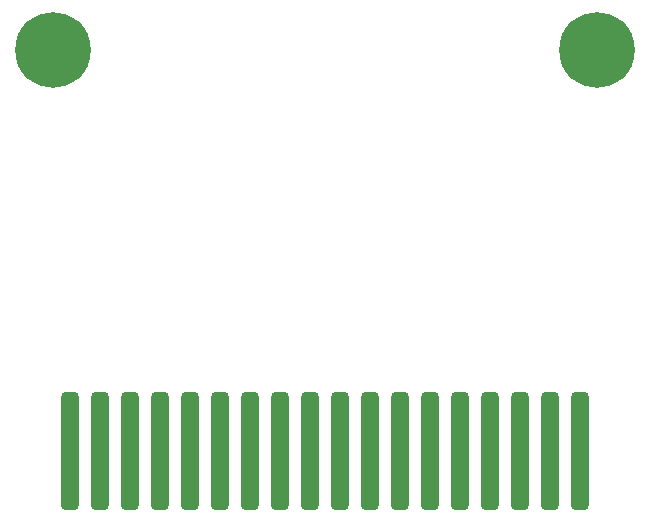
<source format=gbr>
%TF.GenerationSoftware,KiCad,Pcbnew,(6.0.7-1)-1*%
%TF.CreationDate,2023-01-15T15:17:32-08:00*%
%TF.ProjectId,QCard,51436172-642e-46b6-9963-61645f706362,rev?*%
%TF.SameCoordinates,Original*%
%TF.FileFunction,Soldermask,Bot*%
%TF.FilePolarity,Negative*%
%FSLAX46Y46*%
G04 Gerber Fmt 4.6, Leading zero omitted, Abs format (unit mm)*
G04 Created by KiCad (PCBNEW (6.0.7-1)-1) date 2023-01-15 15:17:32*
%MOMM*%
%LPD*%
G01*
G04 APERTURE LIST*
G04 Aperture macros list*
%AMRoundRect*
0 Rectangle with rounded corners*
0 $1 Rounding radius*
0 $2 $3 $4 $5 $6 $7 $8 $9 X,Y pos of 4 corners*
0 Add a 4 corners polygon primitive as box body*
4,1,4,$2,$3,$4,$5,$6,$7,$8,$9,$2,$3,0*
0 Add four circle primitives for the rounded corners*
1,1,$1+$1,$2,$3*
1,1,$1+$1,$4,$5*
1,1,$1+$1,$6,$7*
1,1,$1+$1,$8,$9*
0 Add four rect primitives between the rounded corners*
20,1,$1+$1,$2,$3,$4,$5,0*
20,1,$1+$1,$4,$5,$6,$7,0*
20,1,$1+$1,$6,$7,$8,$9,0*
20,1,$1+$1,$8,$9,$2,$3,0*%
G04 Aperture macros list end*
%ADD10C,6.400000*%
%ADD11RoundRect,0.375000X-0.375000X-4.625000X0.375000X-4.625000X0.375000X4.625000X-0.375000X4.625000X0*%
G04 APERTURE END LIST*
D10*
%TO.C,REF\u002A\u002A*%
X54500000Y-55000000D03*
%TD*%
%TO.C,REF\u002A\u002A*%
X100500000Y-55000000D03*
%TD*%
D11*
%TO.C,J1*%
X55880000Y-89000000D03*
X58420000Y-89000000D03*
X60960000Y-89000000D03*
X63500000Y-89000000D03*
X66040000Y-89000000D03*
X68580000Y-89000000D03*
X71120000Y-89000000D03*
X73660000Y-89000000D03*
X76200000Y-89000000D03*
X78740000Y-89000000D03*
X81280000Y-89000000D03*
X83820000Y-89000000D03*
X86360000Y-89000000D03*
X88900000Y-89000000D03*
X91440000Y-89000000D03*
X93980000Y-89000000D03*
X96520000Y-89000000D03*
X99060000Y-89000000D03*
%TD*%
M02*

</source>
